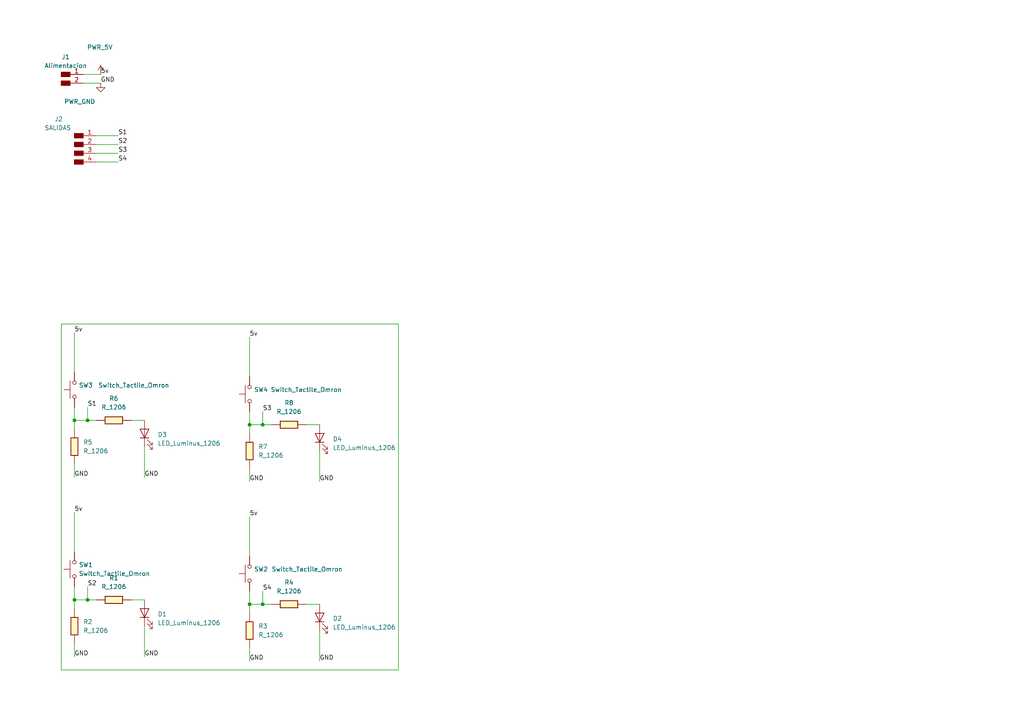
<source format=kicad_sch>
(kicad_sch
	(version 20250114)
	(generator "eeschema")
	(generator_version "9.0")
	(uuid "394774a2-25d5-4c8a-977a-ddb21e86f3dc")
	(paper "A4")
	(lib_symbols
		(symbol "fab:Conn_PinHeader_1x02_P2.54mm_Vertical_THT_D1.4mm"
			(pin_names
				(hide yes)
			)
			(exclude_from_sim no)
			(in_bom yes)
			(on_board yes)
			(property "Reference" "J"
				(at 0 2.54 0)
				(effects
					(font
						(size 1.27 1.27)
					)
				)
			)
			(property "Value" "Conn_PinHeader_1x02_P2.54mm_Vertical_THT_D1.4mm"
				(at 0 -5.08 0)
				(effects
					(font
						(size 1.27 1.27)
					)
				)
			)
			(property "Footprint" "fab:PinHeader_1x02_P2.54mm_Vertical_THT_D1.4mm"
				(at 0 0 0)
				(effects
					(font
						(size 1.27 1.27)
					)
					(hide yes)
				)
			)
			(property "Datasheet" "~"
				(at 0 0 0)
				(effects
					(font
						(size 1.27 1.27)
					)
					(hide yes)
				)
			)
			(property "Description" "Male connector, single row"
				(at 0 0 0)
				(effects
					(font
						(size 1.27 1.27)
					)
					(hide yes)
				)
			)
			(property "ki_keywords" "single row male connector"
				(at 0 0 0)
				(effects
					(font
						(size 1.27 1.27)
					)
					(hide yes)
				)
			)
			(property "ki_fp_filters" "*PinHeader*1x02*"
				(at 0 0 0)
				(effects
					(font
						(size 1.27 1.27)
					)
					(hide yes)
				)
			)
			(symbol "Conn_PinHeader_1x02_P2.54mm_Vertical_THT_D1.4mm_1_1"
				(rectangle
					(start -1.27 0.635)
					(end 1.27 -0.635)
					(stroke
						(width 0.254)
						(type default)
					)
					(fill
						(type outline)
					)
				)
				(rectangle
					(start -1.27 -1.905)
					(end 1.27 -3.175)
					(stroke
						(width 0.254)
						(type default)
					)
					(fill
						(type outline)
					)
				)
				(pin passive line
					(at 5.08 0 180)
					(length 3.81)
					(name "Pin_1"
						(effects
							(font
								(size 1.27 1.27)
							)
						)
					)
					(number "1"
						(effects
							(font
								(size 1.27 1.27)
							)
						)
					)
				)
				(pin passive line
					(at 5.08 -2.54 180)
					(length 3.81)
					(name "Pin_2"
						(effects
							(font
								(size 1.27 1.27)
							)
						)
					)
					(number "2"
						(effects
							(font
								(size 1.27 1.27)
							)
						)
					)
				)
			)
			(embedded_fonts no)
		)
		(symbol "fab:Conn_PinHeader_1x04_P2.54mm_Vertical_THT_D1.4mm"
			(pin_names
				(hide yes)
			)
			(exclude_from_sim no)
			(in_bom yes)
			(on_board yes)
			(property "Reference" "J"
				(at 0 5.08 0)
				(effects
					(font
						(size 1.27 1.27)
					)
				)
			)
			(property "Value" "Conn_PinHeader_1x04_P2.54mm_Vertical_THT_D1.4mm"
				(at 0 -7.62 0)
				(effects
					(font
						(size 1.27 1.27)
					)
				)
			)
			(property "Footprint" "fab:PinHeader_1x04_P2.54mm_Vertical_THT_D1.4mm"
				(at 0 0 0)
				(effects
					(font
						(size 1.27 1.27)
					)
					(hide yes)
				)
			)
			(property "Datasheet" "~"
				(at 0 0 0)
				(effects
					(font
						(size 1.27 1.27)
					)
					(hide yes)
				)
			)
			(property "Description" "Male connector, single row"
				(at 0 0 0)
				(effects
					(font
						(size 1.27 1.27)
					)
					(hide yes)
				)
			)
			(property "ki_keywords" "single row male connector"
				(at 0 0 0)
				(effects
					(font
						(size 1.27 1.27)
					)
					(hide yes)
				)
			)
			(property "ki_fp_filters" "*PinHeader*1x04*"
				(at 0 0 0)
				(effects
					(font
						(size 1.27 1.27)
					)
					(hide yes)
				)
			)
			(symbol "Conn_PinHeader_1x04_P2.54mm_Vertical_THT_D1.4mm_1_1"
				(rectangle
					(start -1.27 3.175)
					(end 1.27 1.905)
					(stroke
						(width 0.254)
						(type default)
					)
					(fill
						(type outline)
					)
				)
				(rectangle
					(start -1.27 0.635)
					(end 1.27 -0.635)
					(stroke
						(width 0.254)
						(type default)
					)
					(fill
						(type outline)
					)
				)
				(rectangle
					(start -1.27 -1.905)
					(end 1.27 -3.175)
					(stroke
						(width 0.254)
						(type default)
					)
					(fill
						(type outline)
					)
				)
				(rectangle
					(start -1.27 -4.445)
					(end 1.27 -5.715)
					(stroke
						(width 0.254)
						(type default)
					)
					(fill
						(type outline)
					)
				)
				(pin passive line
					(at 5.08 2.54 180)
					(length 3.81)
					(name "Pin_1"
						(effects
							(font
								(size 1.27 1.27)
							)
						)
					)
					(number "1"
						(effects
							(font
								(size 1.27 1.27)
							)
						)
					)
				)
				(pin passive line
					(at 5.08 0 180)
					(length 3.81)
					(name "Pin_2"
						(effects
							(font
								(size 1.27 1.27)
							)
						)
					)
					(number "2"
						(effects
							(font
								(size 1.27 1.27)
							)
						)
					)
				)
				(pin passive line
					(at 5.08 -2.54 180)
					(length 3.81)
					(name "Pin_3"
						(effects
							(font
								(size 1.27 1.27)
							)
						)
					)
					(number "3"
						(effects
							(font
								(size 1.27 1.27)
							)
						)
					)
				)
				(pin passive line
					(at 5.08 -5.08 180)
					(length 3.81)
					(name "Pin_4"
						(effects
							(font
								(size 1.27 1.27)
							)
						)
					)
					(number "4"
						(effects
							(font
								(size 1.27 1.27)
							)
						)
					)
				)
			)
			(embedded_fonts no)
		)
		(symbol "fab:LED_Luminus_1206"
			(pin_numbers
				(hide yes)
			)
			(pin_names
				(offset 1.016)
				(hide yes)
			)
			(exclude_from_sim no)
			(in_bom yes)
			(on_board yes)
			(property "Reference" "D"
				(at 0 2.54 0)
				(effects
					(font
						(size 1.27 1.27)
					)
				)
			)
			(property "Value" "LED_Luminus_1206"
				(at 0 -2.54 0)
				(effects
					(font
						(size 1.27 1.27)
					)
				)
			)
			(property "Footprint" "fab:LED_Luminus_1206"
				(at 0 0 0)
				(effects
					(font
						(size 1.27 1.27)
					)
					(hide yes)
				)
			)
			(property "Datasheet" "https://download.luminus.com/datasheets/Luminus_MP3014_1100_Datasheet.pdf"
				(at 0 0 0)
				(effects
					(font
						(size 1.27 1.27)
					)
					(hide yes)
				)
			)
			(property "Description" "LED Lighting - White, Cool 5000K 2.85V 60mA 110° 1206 (3014 Metric)"
				(at 0 0 0)
				(effects
					(font
						(size 1.27 1.27)
					)
					(hide yes)
				)
			)
			(property "ki_keywords" "LED diode 1206 white cool 5000K MP-3014-1100-50-80"
				(at 0 0 0)
				(effects
					(font
						(size 1.27 1.27)
					)
					(hide yes)
				)
			)
			(property "ki_fp_filters" "*LED*Luminus*1206*"
				(at 0 0 0)
				(effects
					(font
						(size 1.27 1.27)
					)
					(hide yes)
				)
			)
			(symbol "LED_Luminus_1206_0_1"
				(polyline
					(pts
						(xy -3.048 -0.762) (xy -4.572 -2.286) (xy -3.81 -2.286) (xy -4.572 -2.286) (xy -4.572 -1.524)
					)
					(stroke
						(width 0)
						(type default)
					)
					(fill
						(type none)
					)
				)
				(polyline
					(pts
						(xy -1.778 -0.762) (xy -3.302 -2.286) (xy -2.54 -2.286) (xy -3.302 -2.286) (xy -3.302 -1.524)
					)
					(stroke
						(width 0)
						(type default)
					)
					(fill
						(type none)
					)
				)
				(polyline
					(pts
						(xy -1.27 0) (xy 1.27 0)
					)
					(stroke
						(width 0)
						(type default)
					)
					(fill
						(type none)
					)
				)
				(polyline
					(pts
						(xy -1.27 -1.27) (xy -1.27 1.27)
					)
					(stroke
						(width 0.2032)
						(type default)
					)
					(fill
						(type none)
					)
				)
				(polyline
					(pts
						(xy 1.27 -1.27) (xy 1.27 1.27) (xy -1.27 0) (xy 1.27 -1.27)
					)
					(stroke
						(width 0.2032)
						(type default)
					)
					(fill
						(type none)
					)
				)
			)
			(symbol "LED_Luminus_1206_1_1"
				(pin passive line
					(at -3.81 0 0)
					(length 2.54)
					(name "K"
						(effects
							(font
								(size 1.27 1.27)
							)
						)
					)
					(number "1"
						(effects
							(font
								(size 1.27 1.27)
							)
						)
					)
				)
				(pin passive line
					(at 3.81 0 180)
					(length 2.54)
					(name "A"
						(effects
							(font
								(size 1.27 1.27)
							)
						)
					)
					(number "2"
						(effects
							(font
								(size 1.27 1.27)
							)
						)
					)
				)
			)
			(embedded_fonts no)
		)
		(symbol "fab:PWR_5V"
			(power)
			(pin_names
				(offset 0)
			)
			(exclude_from_sim no)
			(in_bom yes)
			(on_board yes)
			(property "Reference" "#PWR"
				(at 0 -3.81 0)
				(effects
					(font
						(size 1.27 1.27)
					)
					(hide yes)
				)
			)
			(property "Value" "PWR_5V"
				(at 0 3.556 0)
				(effects
					(font
						(size 1.27 1.27)
					)
				)
			)
			(property "Footprint" ""
				(at 0 0 0)
				(effects
					(font
						(size 1.27 1.27)
					)
					(hide yes)
				)
			)
			(property "Datasheet" ""
				(at 0 0 0)
				(effects
					(font
						(size 1.27 1.27)
					)
					(hide yes)
				)
			)
			(property "Description" "Power symbol creates a global label with name \"+5V\""
				(at 0 0 0)
				(effects
					(font
						(size 1.27 1.27)
					)
					(hide yes)
				)
			)
			(property "ki_keywords" "power-flag"
				(at 0 0 0)
				(effects
					(font
						(size 1.27 1.27)
					)
					(hide yes)
				)
			)
			(symbol "PWR_5V_0_1"
				(polyline
					(pts
						(xy -0.762 1.27) (xy 0 2.54)
					)
					(stroke
						(width 0)
						(type default)
					)
					(fill
						(type none)
					)
				)
				(polyline
					(pts
						(xy 0 2.54) (xy 0.762 1.27)
					)
					(stroke
						(width 0)
						(type default)
					)
					(fill
						(type none)
					)
				)
				(polyline
					(pts
						(xy 0 0) (xy 0 2.54)
					)
					(stroke
						(width 0)
						(type default)
					)
					(fill
						(type none)
					)
				)
			)
			(symbol "PWR_5V_1_1"
				(pin power_in line
					(at 0 0 90)
					(length 0)
					(hide yes)
					(name "PWR_5V"
						(effects
							(font
								(size 1.27 1.27)
							)
						)
					)
					(number "1"
						(effects
							(font
								(size 1.27 1.27)
							)
						)
					)
				)
			)
			(embedded_fonts no)
		)
		(symbol "fab:PWR_GND"
			(power)
			(pin_names
				(offset 0)
			)
			(exclude_from_sim no)
			(in_bom yes)
			(on_board yes)
			(property "Reference" "#PWR"
				(at 0 -6.35 0)
				(effects
					(font
						(size 1.27 1.27)
					)
					(hide yes)
				)
			)
			(property "Value" "PWR_GND"
				(at 0 -3.81 0)
				(effects
					(font
						(size 1.27 1.27)
					)
				)
			)
			(property "Footprint" ""
				(at 0 0 0)
				(effects
					(font
						(size 1.27 1.27)
					)
					(hide yes)
				)
			)
			(property "Datasheet" ""
				(at 0 0 0)
				(effects
					(font
						(size 1.27 1.27)
					)
					(hide yes)
				)
			)
			(property "Description" "Power symbol creates a global label with name \"GND\" , ground"
				(at 0 0 0)
				(effects
					(font
						(size 1.27 1.27)
					)
					(hide yes)
				)
			)
			(property "ki_keywords" "power-flag"
				(at 0 0 0)
				(effects
					(font
						(size 1.27 1.27)
					)
					(hide yes)
				)
			)
			(symbol "PWR_GND_0_1"
				(polyline
					(pts
						(xy 0 0) (xy 0 -1.27) (xy 1.27 -1.27) (xy 0 -2.54) (xy -1.27 -1.27) (xy 0 -1.27)
					)
					(stroke
						(width 0)
						(type default)
					)
					(fill
						(type none)
					)
				)
			)
			(symbol "PWR_GND_1_1"
				(pin power_in line
					(at 0 0 270)
					(length 0)
					(hide yes)
					(name "PWR_GND"
						(effects
							(font
								(size 1.27 1.27)
							)
						)
					)
					(number "1"
						(effects
							(font
								(size 1.27 1.27)
							)
						)
					)
				)
			)
			(embedded_fonts no)
		)
		(symbol "fab:R_1206"
			(pin_numbers
				(hide yes)
			)
			(pin_names
				(offset 0)
			)
			(exclude_from_sim no)
			(in_bom yes)
			(on_board yes)
			(property "Reference" "R"
				(at 2.54 0 90)
				(effects
					(font
						(size 1.27 1.27)
					)
				)
			)
			(property "Value" "R_1206"
				(at -2.54 0 90)
				(effects
					(font
						(size 1.27 1.27)
					)
				)
			)
			(property "Footprint" "fab:R_1206"
				(at 0 0 90)
				(effects
					(font
						(size 1.27 1.27)
					)
					(hide yes)
				)
			)
			(property "Datasheet" "~"
				(at 0 0 0)
				(effects
					(font
						(size 1.27 1.27)
					)
					(hide yes)
				)
			)
			(property "Description" "Resistor"
				(at 0 0 0)
				(effects
					(font
						(size 1.27 1.27)
					)
					(hide yes)
				)
			)
			(property "ki_keywords" "R res resistor RC1206FR-074M99L RC1206FR-07499KL RC1206FR-0749K9L RC1206FR-0749R9L RC1206FR-074R99L ERJ-8BWJR100V RC1206FR-070RL RC1206FR-071RL RC1206FR-0710RL RC1206FR-07100RL RC1206FR-07499RL RC1206FR-071KL RC1206FR-074K99L RC1206FR-0710KL RC1206FR-07100KL RC1206FR-071ML RC1206FR-0710ML PT1206FR-070R1L"
				(at 0 0 0)
				(effects
					(font
						(size 1.27 1.27)
					)
					(hide yes)
				)
			)
			(property "ki_fp_filters" "*R*1206*"
				(at 0 0 0)
				(effects
					(font
						(size 1.27 1.27)
					)
					(hide yes)
				)
			)
			(symbol "R_1206_0_1"
				(rectangle
					(start -1.016 -2.54)
					(end 1.016 2.54)
					(stroke
						(width 0.254)
						(type default)
					)
					(fill
						(type background)
					)
				)
			)
			(symbol "R_1206_1_1"
				(pin passive line
					(at 0 5.08 270)
					(length 2.54)
					(name "~"
						(effects
							(font
								(size 1.27 1.27)
							)
						)
					)
					(number "1"
						(effects
							(font
								(size 1.27 1.27)
							)
						)
					)
				)
				(pin passive line
					(at 0 -5.08 90)
					(length 2.54)
					(name "~"
						(effects
							(font
								(size 1.27 1.27)
							)
						)
					)
					(number "2"
						(effects
							(font
								(size 1.27 1.27)
							)
						)
					)
				)
			)
			(embedded_fonts no)
		)
		(symbol "fab:Switch_Tactile_Omron"
			(pin_numbers
				(hide yes)
			)
			(pin_names
				(offset 1.016)
				(hide yes)
			)
			(exclude_from_sim no)
			(in_bom yes)
			(on_board yes)
			(property "Reference" "SW"
				(at 1.27 2.54 0)
				(effects
					(font
						(size 1.27 1.27)
					)
					(justify left)
				)
			)
			(property "Value" "Switch_Tactile_Omron"
				(at 0 -1.524 0)
				(effects
					(font
						(size 1.27 1.27)
					)
				)
			)
			(property "Footprint" "fab:Button_Omron_B3SN_6.0x6.0mm"
				(at 0 0 0)
				(effects
					(font
						(size 1.27 1.27)
					)
					(hide yes)
				)
			)
			(property "Datasheet" "https://omronfs.omron.com/en_US/ecb/products/pdf/en-b3sn.pdf"
				(at 0 0 0)
				(effects
					(font
						(size 1.27 1.27)
					)
					(hide yes)
				)
			)
			(property "Description" "Push button switch, Omron, B3SN, Sealed Tactile Switch (SMT), SPST-NO Top Actuated Surface Mount"
				(at 0 0 0)
				(effects
					(font
						(size 1.27 1.27)
					)
					(hide yes)
				)
			)
			(property "ki_keywords" "switch normally-open pushbutton push-button button tactile spst single pole single throw B3SN-3112P"
				(at 0 0 0)
				(effects
					(font
						(size 1.27 1.27)
					)
					(hide yes)
				)
			)
			(property "ki_fp_filters" "*Button*"
				(at 0 0 0)
				(effects
					(font
						(size 1.27 1.27)
					)
					(hide yes)
				)
			)
			(symbol "Switch_Tactile_Omron_0_1"
				(circle
					(center -2.032 0)
					(radius 0.508)
					(stroke
						(width 0)
						(type default)
					)
					(fill
						(type none)
					)
				)
				(polyline
					(pts
						(xy 0 1.27) (xy 0 3.048)
					)
					(stroke
						(width 0)
						(type default)
					)
					(fill
						(type none)
					)
				)
				(circle
					(center 2.032 0)
					(radius 0.508)
					(stroke
						(width 0)
						(type default)
					)
					(fill
						(type none)
					)
				)
				(polyline
					(pts
						(xy 2.54 1.27) (xy -2.54 1.27)
					)
					(stroke
						(width 0)
						(type default)
					)
					(fill
						(type none)
					)
				)
				(pin passive line
					(at -5.08 0 0)
					(length 2.54)
					(name "1"
						(effects
							(font
								(size 1.27 1.27)
							)
						)
					)
					(number "1"
						(effects
							(font
								(size 1.27 1.27)
							)
						)
					)
				)
				(pin passive line
					(at 5.08 0 180)
					(length 2.54)
					(name "2"
						(effects
							(font
								(size 1.27 1.27)
							)
						)
					)
					(number "2"
						(effects
							(font
								(size 1.27 1.27)
							)
						)
					)
				)
			)
			(embedded_fonts no)
		)
	)
	(junction
		(at 25.4 173.99)
		(diameter 0)
		(color 0 0 0 0)
		(uuid "341a87cf-ca58-4182-9029-0bfeaec8d2c6")
	)
	(junction
		(at 21.59 173.99)
		(diameter 0)
		(color 0 0 0 0)
		(uuid "39af8ac2-1e31-44a5-9e17-bf375f4dbedf")
	)
	(junction
		(at 72.39 123.19)
		(diameter 0)
		(color 0 0 0 0)
		(uuid "46754f13-cd10-4884-90ab-f9e209762f3c")
	)
	(junction
		(at 25.4 121.92)
		(diameter 0)
		(color 0 0 0 0)
		(uuid "574d9208-8bc3-4ad7-9af2-ea2a0a97d692")
	)
	(junction
		(at 72.39 175.26)
		(diameter 0)
		(color 0 0 0 0)
		(uuid "9a92e964-968d-4f07-9da2-81ae3e0dbda1")
	)
	(junction
		(at 21.59 121.92)
		(diameter 0)
		(color 0 0 0 0)
		(uuid "cb9ae8f8-fe99-4f6c-926a-cf2f77f0481a")
	)
	(junction
		(at 76.2 175.26)
		(diameter 0)
		(color 0 0 0 0)
		(uuid "d9e67cde-d99c-4d50-b230-46af5759c917")
	)
	(junction
		(at 76.2 123.19)
		(diameter 0)
		(color 0 0 0 0)
		(uuid "e5a93cbf-7638-4081-b02f-bbd6e1f7df95")
	)
	(wire
		(pts
			(xy 41.91 129.54) (xy 41.91 138.43)
		)
		(stroke
			(width 0)
			(type default)
		)
		(uuid "0d606f85-a1b4-4cc3-9d3b-ddf87962af81")
	)
	(wire
		(pts
			(xy 27.94 41.91) (xy 34.29 41.91)
		)
		(stroke
			(width 0)
			(type default)
		)
		(uuid "109d4755-a395-4029-ac0e-68cee9e14e7a")
	)
	(wire
		(pts
			(xy 72.39 135.89) (xy 72.39 139.7)
		)
		(stroke
			(width 0)
			(type default)
		)
		(uuid "18a73b3d-bba3-4d6d-993b-c07436ed4815")
	)
	(wire
		(pts
			(xy 38.1 173.99) (xy 41.91 173.99)
		)
		(stroke
			(width 0)
			(type default)
		)
		(uuid "1975d286-31d4-455f-a0bc-59a389ca1ef4")
	)
	(wire
		(pts
			(xy 21.59 170.18) (xy 21.59 173.99)
		)
		(stroke
			(width 0)
			(type default)
		)
		(uuid "1dd64747-1996-4554-9ccd-52315a3215f1")
	)
	(wire
		(pts
			(xy 72.39 119.38) (xy 72.39 123.19)
		)
		(stroke
			(width 0)
			(type default)
		)
		(uuid "23cdfbe1-15de-46c6-97ad-ecaf082a66d2")
	)
	(wire
		(pts
			(xy 92.71 182.88) (xy 92.71 191.77)
		)
		(stroke
			(width 0)
			(type default)
		)
		(uuid "348f58f0-964c-4c38-afd4-a2ab3bd782b3")
	)
	(wire
		(pts
			(xy 76.2 175.26) (xy 78.74 175.26)
		)
		(stroke
			(width 0)
			(type default)
		)
		(uuid "354facf9-f0b9-40f1-9a30-ae221d06a27a")
	)
	(wire
		(pts
			(xy 72.39 171.45) (xy 72.39 175.26)
		)
		(stroke
			(width 0)
			(type default)
		)
		(uuid "35bec5ff-e811-4314-979a-d791e6b6f07b")
	)
	(wire
		(pts
			(xy 21.59 173.99) (xy 21.59 176.53)
		)
		(stroke
			(width 0)
			(type default)
		)
		(uuid "3603bcc3-64a0-443a-bd40-1798275b4022")
	)
	(wire
		(pts
			(xy 115.57 93.98) (xy 115.57 194.31)
		)
		(stroke
			(width 0)
			(type default)
		)
		(uuid "36c71ad8-a16b-46c3-9511-c07265011609")
	)
	(wire
		(pts
			(xy 27.94 39.37) (xy 34.29 39.37)
		)
		(stroke
			(width 0)
			(type default)
		)
		(uuid "39e018de-d456-4a51-a2b0-8eec59fcd88f")
	)
	(wire
		(pts
			(xy 21.59 118.11) (xy 21.59 121.92)
		)
		(stroke
			(width 0)
			(type default)
		)
		(uuid "3aaa195d-2e21-4c7d-930e-ed8d6a588713")
	)
	(wire
		(pts
			(xy 72.39 123.19) (xy 72.39 125.73)
		)
		(stroke
			(width 0)
			(type default)
		)
		(uuid "3c1e362f-be4f-4667-9ac2-028356817e14")
	)
	(wire
		(pts
			(xy 76.2 123.19) (xy 78.74 123.19)
		)
		(stroke
			(width 0)
			(type default)
		)
		(uuid "40a14204-f194-46aa-8ac5-513418891b40")
	)
	(wire
		(pts
			(xy 72.39 97.79) (xy 72.39 109.22)
		)
		(stroke
			(width 0)
			(type default)
		)
		(uuid "48569eb3-9abb-44a5-a68a-cc8231ee921e")
	)
	(wire
		(pts
			(xy 25.4 121.92) (xy 27.94 121.92)
		)
		(stroke
			(width 0)
			(type default)
		)
		(uuid "49e56419-262c-4f36-b6e0-396ea092f356")
	)
	(wire
		(pts
			(xy 21.59 96.52) (xy 21.59 107.95)
		)
		(stroke
			(width 0)
			(type default)
		)
		(uuid "4ec991f4-4a80-4f9f-b589-b197ebf7afd4")
	)
	(wire
		(pts
			(xy 27.94 46.99) (xy 34.29 46.99)
		)
		(stroke
			(width 0)
			(type default)
		)
		(uuid "517a0f58-80da-41c9-8c10-dd9ee1d0a641")
	)
	(wire
		(pts
			(xy 21.59 121.92) (xy 25.4 121.92)
		)
		(stroke
			(width 0)
			(type default)
		)
		(uuid "5b730b04-7533-484e-aa67-b24ebcc40c2c")
	)
	(wire
		(pts
			(xy 25.4 173.99) (xy 27.94 173.99)
		)
		(stroke
			(width 0)
			(type default)
		)
		(uuid "6422d922-7c41-42e8-92b0-3849460a4dcd")
	)
	(wire
		(pts
			(xy 17.78 194.31) (xy 115.57 194.31)
		)
		(stroke
			(width 0)
			(type default)
		)
		(uuid "7f537f11-0028-4e53-9f11-b32bdcd5174e")
	)
	(wire
		(pts
			(xy 38.1 121.92) (xy 41.91 121.92)
		)
		(stroke
			(width 0)
			(type default)
		)
		(uuid "81cd81bc-5dc8-45c6-b0e1-22cd4597d606")
	)
	(wire
		(pts
			(xy 24.13 24.13) (xy 29.21 24.13)
		)
		(stroke
			(width 0)
			(type default)
		)
		(uuid "88c8d3a3-ba33-43aa-bba4-f1e62af9565b")
	)
	(wire
		(pts
			(xy 25.4 118.11) (xy 25.4 121.92)
		)
		(stroke
			(width 0)
			(type default)
		)
		(uuid "9324dd09-8229-456e-a94d-db99383fb1b7")
	)
	(wire
		(pts
			(xy 21.59 134.62) (xy 21.59 138.43)
		)
		(stroke
			(width 0)
			(type default)
		)
		(uuid "94d2ed62-e65a-4d1e-a2b8-64d950316487")
	)
	(wire
		(pts
			(xy 17.78 93.98) (xy 115.57 93.98)
		)
		(stroke
			(width 0)
			(type default)
		)
		(uuid "94e0169a-fa79-41d3-a958-11c48d6224eb")
	)
	(wire
		(pts
			(xy 72.39 149.86) (xy 72.39 161.29)
		)
		(stroke
			(width 0)
			(type default)
		)
		(uuid "9832aff2-d00e-4fa7-9fd0-3a559bbc09ac")
	)
	(wire
		(pts
			(xy 41.91 181.61) (xy 41.91 190.5)
		)
		(stroke
			(width 0)
			(type default)
		)
		(uuid "aa63edcf-4998-4db4-8bfa-5732d347d1bc")
	)
	(wire
		(pts
			(xy 21.59 148.59) (xy 21.59 160.02)
		)
		(stroke
			(width 0)
			(type default)
		)
		(uuid "aab80890-f2ae-4125-b373-861a8f38a9c2")
	)
	(wire
		(pts
			(xy 24.13 21.59) (xy 29.21 21.59)
		)
		(stroke
			(width 0)
			(type default)
		)
		(uuid "abd5d46f-d03d-4b93-88b8-bd0e7e07156f")
	)
	(wire
		(pts
			(xy 25.4 170.18) (xy 25.4 173.99)
		)
		(stroke
			(width 0)
			(type default)
		)
		(uuid "bffbac50-31b3-481c-90d8-69a9b72771f9")
	)
	(wire
		(pts
			(xy 76.2 171.45) (xy 76.2 175.26)
		)
		(stroke
			(width 0)
			(type default)
		)
		(uuid "c18977f5-68c8-4a6e-bd67-599f7e172d60")
	)
	(wire
		(pts
			(xy 21.59 121.92) (xy 21.59 124.46)
		)
		(stroke
			(width 0)
			(type default)
		)
		(uuid "c44b2011-5965-4f27-b71c-50dd6698ecf8")
	)
	(wire
		(pts
			(xy 92.71 130.81) (xy 92.71 139.7)
		)
		(stroke
			(width 0)
			(type default)
		)
		(uuid "c49bb5f7-2141-4768-ae6a-1f4027766f6c")
	)
	(wire
		(pts
			(xy 72.39 123.19) (xy 76.2 123.19)
		)
		(stroke
			(width 0)
			(type default)
		)
		(uuid "c6308859-d4c5-404f-b05a-86d7112c9452")
	)
	(wire
		(pts
			(xy 72.39 187.96) (xy 72.39 191.77)
		)
		(stroke
			(width 0)
			(type default)
		)
		(uuid "c7b7bcd6-572a-4b6b-83b8-42746e178eda")
	)
	(wire
		(pts
			(xy 88.9 175.26) (xy 92.71 175.26)
		)
		(stroke
			(width 0)
			(type default)
		)
		(uuid "ce3fec38-1481-41c1-8aae-1b900c358b1f")
	)
	(wire
		(pts
			(xy 21.59 173.99) (xy 25.4 173.99)
		)
		(stroke
			(width 0)
			(type default)
		)
		(uuid "cf4b6e06-d1df-42b3-b481-80e22eaca04a")
	)
	(wire
		(pts
			(xy 76.2 119.38) (xy 76.2 123.19)
		)
		(stroke
			(width 0)
			(type default)
		)
		(uuid "d935e345-44a1-4454-b7ed-7199a289c50d")
	)
	(wire
		(pts
			(xy 72.39 175.26) (xy 72.39 177.8)
		)
		(stroke
			(width 0)
			(type default)
		)
		(uuid "e0303ab4-5b22-4784-a768-f34918007fc9")
	)
	(wire
		(pts
			(xy 21.59 186.69) (xy 21.59 190.5)
		)
		(stroke
			(width 0)
			(type default)
		)
		(uuid "e4d6ffcd-ce59-4eeb-80e7-58bd40ed0f83")
	)
	(wire
		(pts
			(xy 72.39 175.26) (xy 76.2 175.26)
		)
		(stroke
			(width 0)
			(type default)
		)
		(uuid "f510707f-da46-47fe-9022-d5040e63f1a7")
	)
	(wire
		(pts
			(xy 27.94 44.45) (xy 34.29 44.45)
		)
		(stroke
			(width 0)
			(type default)
		)
		(uuid "f5196894-e965-48c0-9d69-e93eef152a5b")
	)
	(wire
		(pts
			(xy 88.9 123.19) (xy 92.71 123.19)
		)
		(stroke
			(width 0)
			(type default)
		)
		(uuid "f69bec3f-490e-49bd-8624-22f3cd8cd1b7")
	)
	(wire
		(pts
			(xy 17.78 93.98) (xy 17.78 194.31)
		)
		(stroke
			(width 0)
			(type default)
		)
		(uuid "fd894a28-061e-4f33-b03e-45b882e6c3b7")
	)
	(label "GND"
		(at 72.39 139.7 0)
		(effects
			(font
				(size 1.27 1.27)
			)
			(justify left bottom)
		)
		(uuid "05b5a23c-f958-4594-aefa-8421f14c8901")
	)
	(label "GND"
		(at 21.59 190.5 0)
		(effects
			(font
				(size 1.27 1.27)
			)
			(justify left bottom)
		)
		(uuid "0ac51665-9d6e-44c8-8d31-98a8efdc5f22")
	)
	(label "GND"
		(at 72.39 191.77 0)
		(effects
			(font
				(size 1.27 1.27)
			)
			(justify left bottom)
		)
		(uuid "14a47745-2d33-4610-a045-9b7ca551a76e")
	)
	(label "5v"
		(at 29.21 21.59 0)
		(effects
			(font
				(size 1.27 1.27)
			)
			(justify left bottom)
		)
		(uuid "39a086a9-cf50-41fc-b636-f027e3d770bc")
	)
	(label "GND"
		(at 41.91 190.5 0)
		(effects
			(font
				(size 1.27 1.27)
			)
			(justify left bottom)
		)
		(uuid "53b98c54-6558-458d-904e-e60f9f8d92b8")
	)
	(label "S2"
		(at 25.4 170.18 0)
		(effects
			(font
				(size 1.27 1.27)
			)
			(justify left bottom)
		)
		(uuid "60885017-5dc7-4b9a-bd5c-4b2fd2d665dc")
	)
	(label "GND"
		(at 21.59 138.43 0)
		(effects
			(font
				(size 1.27 1.27)
			)
			(justify left bottom)
		)
		(uuid "6f717a5c-cc25-470f-97bf-5a9f6aae24fa")
	)
	(label "5v"
		(at 72.39 149.86 0)
		(effects
			(font
				(size 1.27 1.27)
			)
			(justify left bottom)
		)
		(uuid "736f5102-9e9f-4eb5-8faf-7029bd59fade")
	)
	(label "S3"
		(at 76.2 119.38 0)
		(effects
			(font
				(size 1.27 1.27)
			)
			(justify left bottom)
		)
		(uuid "737ff8b8-d312-4687-a5e4-1f3129e3f365")
	)
	(label "5v"
		(at 72.39 97.79 0)
		(effects
			(font
				(size 1.27 1.27)
			)
			(justify left bottom)
		)
		(uuid "7ecee41e-99fd-4d00-83f6-a45d26a57552")
	)
	(label "GND"
		(at 92.71 191.77 0)
		(effects
			(font
				(size 1.27 1.27)
			)
			(justify left bottom)
		)
		(uuid "7f2df40c-bf04-4fc4-aeb7-de2b160a1a33")
	)
	(label "5v"
		(at 21.59 148.59 0)
		(effects
			(font
				(size 1.27 1.27)
			)
			(justify left bottom)
		)
		(uuid "9c635ea0-c33e-456d-9072-ead8ddb027c6")
	)
	(label "S4"
		(at 76.2 171.45 0)
		(effects
			(font
				(size 1.27 1.27)
			)
			(justify left bottom)
		)
		(uuid "9e1eaa8c-546b-47cf-b544-5748aa988146")
	)
	(label "S1"
		(at 34.29 39.37 0)
		(effects
			(font
				(size 1.27 1.27)
			)
			(justify left bottom)
		)
		(uuid "b3b3237e-2639-4fb7-bd44-f44038b834d2")
	)
	(label "S3"
		(at 34.29 44.45 0)
		(effects
			(font
				(size 1.27 1.27)
			)
			(justify left bottom)
		)
		(uuid "c5d8de84-3eec-4979-bd98-405d85f68d85")
	)
	(label "GND"
		(at 41.91 138.43 0)
		(effects
			(font
				(size 1.27 1.27)
			)
			(justify left bottom)
		)
		(uuid "cb59d4c5-ba79-40b5-925b-241fa2727021")
	)
	(label "S4"
		(at 34.29 46.99 0)
		(effects
			(font
				(size 1.27 1.27)
			)
			(justify left bottom)
		)
		(uuid "d10a1169-2231-43f3-bc11-fb2003b7a1d5")
	)
	(label "S2"
		(at 34.29 41.91 0)
		(effects
			(font
				(size 1.27 1.27)
			)
			(justify left bottom)
		)
		(uuid "d7b5b368-5636-4aa7-81d5-c5f7ca031dae")
	)
	(label "GND"
		(at 29.21 24.13 0)
		(effects
			(font
				(size 1.27 1.27)
			)
			(justify left bottom)
		)
		(uuid "e0f2477a-0b68-46d7-8642-2e99d2f73a7f")
	)
	(label "5v"
		(at 21.59 96.52 0)
		(effects
			(font
				(size 1.27 1.27)
			)
			(justify left bottom)
		)
		(uuid "e1275ac3-2f30-46f0-928f-035b95b5279e")
	)
	(label "GND"
		(at 92.71 139.7 0)
		(effects
			(font
				(size 1.27 1.27)
			)
			(justify left bottom)
		)
		(uuid "e2b72071-290d-4629-904f-896f8b36799e")
	)
	(label "S1"
		(at 25.4 118.11 0)
		(effects
			(font
				(size 1.27 1.27)
			)
			(justify left bottom)
		)
		(uuid "f3607e06-e132-4553-859d-e5cedd695d77")
	)
	(symbol
		(lib_id "fab:Switch_Tactile_Omron")
		(at 72.39 114.3 90)
		(unit 1)
		(exclude_from_sim no)
		(in_bom yes)
		(on_board yes)
		(dnp no)
		(uuid "04e966aa-97a2-4f82-baa0-cb1cb6f55fd4")
		(property "Reference" "SW4"
			(at 73.66 113.0299 90)
			(effects
				(font
					(size 1.27 1.27)
				)
				(justify right)
			)
		)
		(property "Value" "Switch_Tactile_Omron"
			(at 78.486 113.03 90)
			(effects
				(font
					(size 1.27 1.27)
				)
				(justify right)
			)
		)
		(property "Footprint" "fab:Button_Omron_B3SN_6.0x6.0mm"
			(at 72.39 114.3 0)
			(effects
				(font
					(size 1.27 1.27)
				)
				(hide yes)
			)
		)
		(property "Datasheet" "https://omronfs.omron.com/en_US/ecb/products/pdf/en-b3sn.pdf"
			(at 72.39 114.3 0)
			(effects
				(font
					(size 1.27 1.27)
				)
				(hide yes)
			)
		)
		(property "Description" "Push button switch, Omron, B3SN, Sealed Tactile Switch (SMT), SPST-NO Top Actuated Surface Mount"
			(at 72.39 114.3 0)
			(effects
				(font
					(size 1.27 1.27)
				)
				(hide yes)
			)
		)
		(pin "2"
			(uuid "4b283b5b-5d6b-41dc-9b9e-821e1dab9ad3")
		)
		(pin "1"
			(uuid "c1d11897-7d06-4e67-a577-0085b8809569")
		)
		(instances
			(project "in"
				(path "/394774a2-25d5-4c8a-977a-ddb21e86f3dc"
					(reference "SW4")
					(unit 1)
				)
			)
		)
	)
	(symbol
		(lib_id "fab:R_1206")
		(at 33.02 121.92 90)
		(unit 1)
		(exclude_from_sim no)
		(in_bom yes)
		(on_board yes)
		(dnp no)
		(fields_autoplaced yes)
		(uuid "057f5c20-170d-4006-8188-ac88e55b1b4e")
		(property "Reference" "R6"
			(at 33.02 115.57 90)
			(effects
				(font
					(size 1.27 1.27)
				)
			)
		)
		(property "Value" "R_1206"
			(at 33.02 118.11 90)
			(effects
				(font
					(size 1.27 1.27)
				)
			)
		)
		(property "Footprint" "fab:R_1206"
			(at 33.02 121.92 90)
			(effects
				(font
					(size 1.27 1.27)
				)
				(hide yes)
			)
		)
		(property "Datasheet" "~"
			(at 33.02 121.92 0)
			(effects
				(font
					(size 1.27 1.27)
				)
				(hide yes)
			)
		)
		(property "Description" "Resistor"
			(at 33.02 121.92 0)
			(effects
				(font
					(size 1.27 1.27)
				)
				(hide yes)
			)
		)
		(pin "1"
			(uuid "df083a10-a4d9-47ca-920d-9ef6011fee24")
		)
		(pin "2"
			(uuid "be530ccf-6ebe-428f-8fbd-c037d40718e2")
		)
		(instances
			(project "in"
				(path "/394774a2-25d5-4c8a-977a-ddb21e86f3dc"
					(reference "R6")
					(unit 1)
				)
			)
		)
	)
	(symbol
		(lib_id "fab:LED_Luminus_1206")
		(at 92.71 127 90)
		(unit 1)
		(exclude_from_sim no)
		(in_bom yes)
		(on_board yes)
		(dnp no)
		(fields_autoplaced yes)
		(uuid "107858a6-b7b5-48a8-8a73-6120ef8f8480")
		(property "Reference" "D4"
			(at 96.52 127.3301 90)
			(effects
				(font
					(size 1.27 1.27)
				)
				(justify right)
			)
		)
		(property "Value" "LED_Luminus_1206"
			(at 96.52 129.8701 90)
			(effects
				(font
					(size 1.27 1.27)
				)
				(justify right)
			)
		)
		(property "Footprint" "fab:LED_Luminus_1206"
			(at 92.71 127 0)
			(effects
				(font
					(size 1.27 1.27)
				)
				(hide yes)
			)
		)
		(property "Datasheet" "https://download.luminus.com/datasheets/Luminus_MP3014_1100_Datasheet.pdf"
			(at 92.71 127 0)
			(effects
				(font
					(size 1.27 1.27)
				)
				(hide yes)
			)
		)
		(property "Description" "LED Lighting - White, Cool 5000K 2.85V 60mA 110° 1206 (3014 Metric)"
			(at 92.71 127 0)
			(effects
				(font
					(size 1.27 1.27)
				)
				(hide yes)
			)
		)
		(pin "2"
			(uuid "8e2caa0a-0204-4554-b6e7-b8edd581f543")
		)
		(pin "1"
			(uuid "e3fd2c77-4c18-4b07-a009-774a786cf0dc")
		)
		(instances
			(project "in"
				(path "/394774a2-25d5-4c8a-977a-ddb21e86f3dc"
					(reference "D4")
					(unit 1)
				)
			)
		)
	)
	(symbol
		(lib_id "fab:Conn_PinHeader_1x02_P2.54mm_Vertical_THT_D1.4mm")
		(at 19.05 21.59 0)
		(unit 1)
		(exclude_from_sim no)
		(in_bom yes)
		(on_board yes)
		(dnp no)
		(fields_autoplaced yes)
		(uuid "1b685fad-e3fb-4c97-ac02-bf099f35b5d1")
		(property "Reference" "J1"
			(at 19.05 16.51 0)
			(effects
				(font
					(size 1.27 1.27)
				)
			)
		)
		(property "Value" "Alimentacion"
			(at 19.05 19.05 0)
			(effects
				(font
					(size 1.27 1.27)
				)
			)
		)
		(property "Footprint" "fab:PinHeader_1x02_P2.54mm_Vertical_THT_D1.4mm"
			(at 19.05 21.59 0)
			(effects
				(font
					(size 1.27 1.27)
				)
				(hide yes)
			)
		)
		(property "Datasheet" "~"
			(at 19.05 21.59 0)
			(effects
				(font
					(size 1.27 1.27)
				)
				(hide yes)
			)
		)
		(property "Description" "Male connector, single row"
			(at 19.05 21.59 0)
			(effects
				(font
					(size 1.27 1.27)
				)
				(hide yes)
			)
		)
		(pin "1"
			(uuid "c795515e-dc1e-4061-bae7-49d644e377d6")
		)
		(pin "2"
			(uuid "ef43aba6-447d-49e2-a97d-4a113f297a9f")
		)
		(instances
			(project ""
				(path "/394774a2-25d5-4c8a-977a-ddb21e86f3dc"
					(reference "J1")
					(unit 1)
				)
			)
		)
	)
	(symbol
		(lib_id "fab:R_1206")
		(at 33.02 173.99 90)
		(unit 1)
		(exclude_from_sim no)
		(in_bom yes)
		(on_board yes)
		(dnp no)
		(fields_autoplaced yes)
		(uuid "1da1969a-b56b-4925-ae46-498a5f88a914")
		(property "Reference" "R1"
			(at 33.02 167.64 90)
			(effects
				(font
					(size 1.27 1.27)
				)
			)
		)
		(property "Value" "R_1206"
			(at 33.02 170.18 90)
			(effects
				(font
					(size 1.27 1.27)
				)
			)
		)
		(property "Footprint" "fab:R_1206"
			(at 33.02 173.99 90)
			(effects
				(font
					(size 1.27 1.27)
				)
				(hide yes)
			)
		)
		(property "Datasheet" "~"
			(at 33.02 173.99 0)
			(effects
				(font
					(size 1.27 1.27)
				)
				(hide yes)
			)
		)
		(property "Description" "Resistor"
			(at 33.02 173.99 0)
			(effects
				(font
					(size 1.27 1.27)
				)
				(hide yes)
			)
		)
		(pin "1"
			(uuid "829369e9-1494-40cb-a199-7ea5aba93585")
		)
		(pin "2"
			(uuid "c6d28f24-87a3-46c9-8f99-290a13b36ecd")
		)
		(instances
			(project ""
				(path "/394774a2-25d5-4c8a-977a-ddb21e86f3dc"
					(reference "R1")
					(unit 1)
				)
			)
		)
	)
	(symbol
		(lib_id "fab:R_1206")
		(at 21.59 129.54 0)
		(unit 1)
		(exclude_from_sim no)
		(in_bom yes)
		(on_board yes)
		(dnp no)
		(fields_autoplaced yes)
		(uuid "290a5ecb-a46b-4cac-823b-9b8bef672a23")
		(property "Reference" "R5"
			(at 24.13 128.2699 0)
			(effects
				(font
					(size 1.27 1.27)
				)
				(justify left)
			)
		)
		(property "Value" "R_1206"
			(at 24.13 130.8099 0)
			(effects
				(font
					(size 1.27 1.27)
				)
				(justify left)
			)
		)
		(property "Footprint" "fab:R_1206"
			(at 21.59 129.54 90)
			(effects
				(font
					(size 1.27 1.27)
				)
				(hide yes)
			)
		)
		(property "Datasheet" "~"
			(at 21.59 129.54 0)
			(effects
				(font
					(size 1.27 1.27)
				)
				(hide yes)
			)
		)
		(property "Description" "Resistor"
			(at 21.59 129.54 0)
			(effects
				(font
					(size 1.27 1.27)
				)
				(hide yes)
			)
		)
		(pin "1"
			(uuid "fe9df626-8512-4ece-9a5c-a15e0c613652")
		)
		(pin "2"
			(uuid "5603ecd1-546f-493a-8dbf-871754320cea")
		)
		(instances
			(project "in"
				(path "/394774a2-25d5-4c8a-977a-ddb21e86f3dc"
					(reference "R5")
					(unit 1)
				)
			)
		)
	)
	(symbol
		(lib_id "fab:R_1206")
		(at 83.82 123.19 90)
		(unit 1)
		(exclude_from_sim no)
		(in_bom yes)
		(on_board yes)
		(dnp no)
		(fields_autoplaced yes)
		(uuid "3334050b-b8ba-409f-b7be-b45f0b65ebf7")
		(property "Reference" "R8"
			(at 83.82 116.84 90)
			(effects
				(font
					(size 1.27 1.27)
				)
			)
		)
		(property "Value" "R_1206"
			(at 83.82 119.38 90)
			(effects
				(font
					(size 1.27 1.27)
				)
			)
		)
		(property "Footprint" "fab:R_1206"
			(at 83.82 123.19 90)
			(effects
				(font
					(size 1.27 1.27)
				)
				(hide yes)
			)
		)
		(property "Datasheet" "~"
			(at 83.82 123.19 0)
			(effects
				(font
					(size 1.27 1.27)
				)
				(hide yes)
			)
		)
		(property "Description" "Resistor"
			(at 83.82 123.19 0)
			(effects
				(font
					(size 1.27 1.27)
				)
				(hide yes)
			)
		)
		(pin "1"
			(uuid "2d11820c-51e6-4d6b-aa8b-eaa42f2b8b95")
		)
		(pin "2"
			(uuid "10208d11-1f77-4068-90e4-45052a170766")
		)
		(instances
			(project "in"
				(path "/394774a2-25d5-4c8a-977a-ddb21e86f3dc"
					(reference "R8")
					(unit 1)
				)
			)
		)
	)
	(symbol
		(lib_id "fab:LED_Luminus_1206")
		(at 41.91 177.8 90)
		(unit 1)
		(exclude_from_sim no)
		(in_bom yes)
		(on_board yes)
		(dnp no)
		(fields_autoplaced yes)
		(uuid "4f868fe3-4328-49ab-8d77-c361a66f7ed7")
		(property "Reference" "D1"
			(at 45.72 178.1301 90)
			(effects
				(font
					(size 1.27 1.27)
				)
				(justify right)
			)
		)
		(property "Value" "LED_Luminus_1206"
			(at 45.72 180.6701 90)
			(effects
				(font
					(size 1.27 1.27)
				)
				(justify right)
			)
		)
		(property "Footprint" "fab:LED_Luminus_1206"
			(at 41.91 177.8 0)
			(effects
				(font
					(size 1.27 1.27)
				)
				(hide yes)
			)
		)
		(property "Datasheet" "https://download.luminus.com/datasheets/Luminus_MP3014_1100_Datasheet.pdf"
			(at 41.91 177.8 0)
			(effects
				(font
					(size 1.27 1.27)
				)
				(hide yes)
			)
		)
		(property "Description" "LED Lighting - White, Cool 5000K 2.85V 60mA 110° 1206 (3014 Metric)"
			(at 41.91 177.8 0)
			(effects
				(font
					(size 1.27 1.27)
				)
				(hide yes)
			)
		)
		(pin "2"
			(uuid "00a35733-eb13-47af-adeb-19e7a5f3a6e2")
		)
		(pin "1"
			(uuid "5b0cb052-6968-4a6d-a140-b0ee0e49d025")
		)
		(instances
			(project ""
				(path "/394774a2-25d5-4c8a-977a-ddb21e86f3dc"
					(reference "D1")
					(unit 1)
				)
			)
		)
	)
	(symbol
		(lib_id "fab:PWR_GND")
		(at 29.21 24.13 0)
		(unit 1)
		(exclude_from_sim no)
		(in_bom yes)
		(on_board yes)
		(dnp no)
		(uuid "63386fd0-7554-4283-9c5d-45bf1affdf53")
		(property "Reference" "#PWR02"
			(at 29.21 30.48 0)
			(effects
				(font
					(size 1.27 1.27)
				)
				(hide yes)
			)
		)
		(property "Value" "PWR_GND"
			(at 23.114 29.464 0)
			(effects
				(font
					(size 1.27 1.27)
				)
			)
		)
		(property "Footprint" ""
			(at 29.21 24.13 0)
			(effects
				(font
					(size 1.27 1.27)
				)
				(hide yes)
			)
		)
		(property "Datasheet" ""
			(at 29.21 24.13 0)
			(effects
				(font
					(size 1.27 1.27)
				)
				(hide yes)
			)
		)
		(property "Description" "Power symbol creates a global label with name \"GND\" , ground"
			(at 29.21 24.13 0)
			(effects
				(font
					(size 1.27 1.27)
				)
				(hide yes)
			)
		)
		(pin "1"
			(uuid "a273c575-e12e-4b55-b940-662b19eb05a7")
		)
		(instances
			(project ""
				(path "/394774a2-25d5-4c8a-977a-ddb21e86f3dc"
					(reference "#PWR02")
					(unit 1)
				)
			)
		)
	)
	(symbol
		(lib_id "fab:PWR_5V")
		(at 29.21 21.59 0)
		(unit 1)
		(exclude_from_sim no)
		(in_bom yes)
		(on_board yes)
		(dnp no)
		(uuid "701883a3-ca08-42fc-bcc5-ccd0f59fbfe9")
		(property "Reference" "#PWR01"
			(at 29.21 25.4 0)
			(effects
				(font
					(size 1.27 1.27)
				)
				(hide yes)
			)
		)
		(property "Value" "PWR_5V"
			(at 28.956 13.716 0)
			(effects
				(font
					(size 1.27 1.27)
				)
			)
		)
		(property "Footprint" ""
			(at 29.21 21.59 0)
			(effects
				(font
					(size 1.27 1.27)
				)
				(hide yes)
			)
		)
		(property "Datasheet" ""
			(at 29.21 21.59 0)
			(effects
				(font
					(size 1.27 1.27)
				)
				(hide yes)
			)
		)
		(property "Description" "Power symbol creates a global label with name \"+5V\""
			(at 29.21 21.59 0)
			(effects
				(font
					(size 1.27 1.27)
				)
				(hide yes)
			)
		)
		(pin "1"
			(uuid "32ec1c88-4169-4d38-bfdf-f0eb39561d84")
		)
		(instances
			(project ""
				(path "/394774a2-25d5-4c8a-977a-ddb21e86f3dc"
					(reference "#PWR01")
					(unit 1)
				)
			)
		)
	)
	(symbol
		(lib_id "fab:R_1206")
		(at 21.59 181.61 0)
		(unit 1)
		(exclude_from_sim no)
		(in_bom yes)
		(on_board yes)
		(dnp no)
		(fields_autoplaced yes)
		(uuid "7d786f21-1e18-47a3-89b5-123e11a376d0")
		(property "Reference" "R2"
			(at 24.13 180.3399 0)
			(effects
				(font
					(size 1.27 1.27)
				)
				(justify left)
			)
		)
		(property "Value" "R_1206"
			(at 24.13 182.8799 0)
			(effects
				(font
					(size 1.27 1.27)
				)
				(justify left)
			)
		)
		(property "Footprint" "fab:R_1206"
			(at 21.59 181.61 90)
			(effects
				(font
					(size 1.27 1.27)
				)
				(hide yes)
			)
		)
		(property "Datasheet" "~"
			(at 21.59 181.61 0)
			(effects
				(font
					(size 1.27 1.27)
				)
				(hide yes)
			)
		)
		(property "Description" "Resistor"
			(at 21.59 181.61 0)
			(effects
				(font
					(size 1.27 1.27)
				)
				(hide yes)
			)
		)
		(pin "1"
			(uuid "988d7782-941a-4201-b1b2-5ba6987342e3")
		)
		(pin "2"
			(uuid "bcf4e682-f373-4757-b19d-9453c1027e9d")
		)
		(instances
			(project "in"
				(path "/394774a2-25d5-4c8a-977a-ddb21e86f3dc"
					(reference "R2")
					(unit 1)
				)
			)
		)
	)
	(symbol
		(lib_id "fab:Switch_Tactile_Omron")
		(at 21.59 113.03 90)
		(unit 1)
		(exclude_from_sim no)
		(in_bom yes)
		(on_board yes)
		(dnp no)
		(uuid "84c9aca7-3352-45a6-81c0-e31e33027cbb")
		(property "Reference" "SW3"
			(at 22.86 111.7599 90)
			(effects
				(font
					(size 1.27 1.27)
				)
				(justify right)
			)
		)
		(property "Value" "Switch_Tactile_Omron"
			(at 28.448 111.76 90)
			(effects
				(font
					(size 1.27 1.27)
				)
				(justify right)
			)
		)
		(property "Footprint" "fab:Button_Omron_B3SN_6.0x6.0mm"
			(at 21.59 113.03 0)
			(effects
				(font
					(size 1.27 1.27)
				)
				(hide yes)
			)
		)
		(property "Datasheet" "https://omronfs.omron.com/en_US/ecb/products/pdf/en-b3sn.pdf"
			(at 21.59 113.03 0)
			(effects
				(font
					(size 1.27 1.27)
				)
				(hide yes)
			)
		)
		(property "Description" "Push button switch, Omron, B3SN, Sealed Tactile Switch (SMT), SPST-NO Top Actuated Surface Mount"
			(at 21.59 113.03 0)
			(effects
				(font
					(size 1.27 1.27)
				)
				(hide yes)
			)
		)
		(pin "2"
			(uuid "3489c335-d4b2-49d5-ad23-7e2703d03939")
		)
		(pin "1"
			(uuid "a19bbb0e-c2b1-4a80-afc4-ee91a9544ab1")
		)
		(instances
			(project "in"
				(path "/394774a2-25d5-4c8a-977a-ddb21e86f3dc"
					(reference "SW3")
					(unit 1)
				)
			)
		)
	)
	(symbol
		(lib_id "fab:Conn_PinHeader_1x04_P2.54mm_Vertical_THT_D1.4mm")
		(at 22.86 41.91 0)
		(unit 1)
		(exclude_from_sim no)
		(in_bom yes)
		(on_board yes)
		(dnp no)
		(uuid "9efd31e7-d8b9-4288-9cf6-a2636c2272dc")
		(property "Reference" "J2"
			(at 17.018 34.544 0)
			(effects
				(font
					(size 1.27 1.27)
				)
			)
		)
		(property "Value" "SALIDAS"
			(at 16.764 37.084 0)
			(effects
				(font
					(size 1.27 1.27)
				)
			)
		)
		(property "Footprint" "fab:PinHeader_1x04_P2.54mm_Vertical_THT_D1.4mm"
			(at 22.86 41.91 0)
			(effects
				(font
					(size 1.27 1.27)
				)
				(hide yes)
			)
		)
		(property "Datasheet" "~"
			(at 22.86 41.91 0)
			(effects
				(font
					(size 1.27 1.27)
				)
				(hide yes)
			)
		)
		(property "Description" "Male connector, single row"
			(at 22.86 41.91 0)
			(effects
				(font
					(size 1.27 1.27)
				)
				(hide yes)
			)
		)
		(pin "2"
			(uuid "b0f2825d-0bb3-40ec-be59-95238759c349")
		)
		(pin "4"
			(uuid "b809bdf6-fa75-48ca-b48d-ded0526ada54")
		)
		(pin "3"
			(uuid "414de9a9-3773-4d1d-851e-23b01077da38")
		)
		(pin "1"
			(uuid "ec41ec81-4021-4196-8501-4c9a8b720fc9")
		)
		(instances
			(project ""
				(path "/394774a2-25d5-4c8a-977a-ddb21e86f3dc"
					(reference "J2")
					(unit 1)
				)
			)
		)
	)
	(symbol
		(lib_id "fab:Switch_Tactile_Omron")
		(at 21.59 165.1 90)
		(unit 1)
		(exclude_from_sim no)
		(in_bom yes)
		(on_board yes)
		(dnp no)
		(fields_autoplaced yes)
		(uuid "a60ccb2d-b08e-488c-8146-6b147224f2ad")
		(property "Reference" "SW1"
			(at 22.86 163.8299 90)
			(effects
				(font
					(size 1.27 1.27)
				)
				(justify right)
			)
		)
		(property "Value" "Switch_Tactile_Omron"
			(at 22.86 166.3699 90)
			(effects
				(font
					(size 1.27 1.27)
				)
				(justify right)
			)
		)
		(property "Footprint" "fab:Button_Omron_B3SN_6.0x6.0mm"
			(at 21.59 165.1 0)
			(effects
				(font
					(size 1.27 1.27)
				)
				(hide yes)
			)
		)
		(property "Datasheet" "https://omronfs.omron.com/en_US/ecb/products/pdf/en-b3sn.pdf"
			(at 21.59 165.1 0)
			(effects
				(font
					(size 1.27 1.27)
				)
				(hide yes)
			)
		)
		(property "Description" "Push button switch, Omron, B3SN, Sealed Tactile Switch (SMT), SPST-NO Top Actuated Surface Mount"
			(at 21.59 165.1 0)
			(effects
				(font
					(size 1.27 1.27)
				)
				(hide yes)
			)
		)
		(pin "2"
			(uuid "682d4fea-1d8c-4f23-95c3-a9e738e7537d")
		)
		(pin "1"
			(uuid "7ad7629f-a883-4e7f-8178-658baf58ecbe")
		)
		(instances
			(project ""
				(path "/394774a2-25d5-4c8a-977a-ddb21e86f3dc"
					(reference "SW1")
					(unit 1)
				)
			)
		)
	)
	(symbol
		(lib_id "fab:R_1206")
		(at 72.39 130.81 0)
		(unit 1)
		(exclude_from_sim no)
		(in_bom yes)
		(on_board yes)
		(dnp no)
		(fields_autoplaced yes)
		(uuid "d3c43e64-dada-4101-ba38-f1f0ba276eba")
		(property "Reference" "R7"
			(at 74.93 129.5399 0)
			(effects
				(font
					(size 1.27 1.27)
				)
				(justify left)
			)
		)
		(property "Value" "R_1206"
			(at 74.93 132.0799 0)
			(effects
				(font
					(size 1.27 1.27)
				)
				(justify left)
			)
		)
		(property "Footprint" "fab:R_1206"
			(at 72.39 130.81 90)
			(effects
				(font
					(size 1.27 1.27)
				)
				(hide yes)
			)
		)
		(property "Datasheet" "~"
			(at 72.39 130.81 0)
			(effects
				(font
					(size 1.27 1.27)
				)
				(hide yes)
			)
		)
		(property "Description" "Resistor"
			(at 72.39 130.81 0)
			(effects
				(font
					(size 1.27 1.27)
				)
				(hide yes)
			)
		)
		(pin "1"
			(uuid "d5ba8ebe-c5b9-4ad0-9a05-c8dc8a90cd86")
		)
		(pin "2"
			(uuid "f73ebc93-b0b9-4ded-961e-874d03a5d143")
		)
		(instances
			(project "in"
				(path "/394774a2-25d5-4c8a-977a-ddb21e86f3dc"
					(reference "R7")
					(unit 1)
				)
			)
		)
	)
	(symbol
		(lib_id "fab:LED_Luminus_1206")
		(at 41.91 125.73 90)
		(unit 1)
		(exclude_from_sim no)
		(in_bom yes)
		(on_board yes)
		(dnp no)
		(fields_autoplaced yes)
		(uuid "d969c60b-9ba2-4813-aa16-ea325170bcc1")
		(property "Reference" "D3"
			(at 45.72 126.0601 90)
			(effects
				(font
					(size 1.27 1.27)
				)
				(justify right)
			)
		)
		(property "Value" "LED_Luminus_1206"
			(at 45.72 128.6001 90)
			(effects
				(font
					(size 1.27 1.27)
				)
				(justify right)
			)
		)
		(property "Footprint" "fab:LED_Luminus_1206"
			(at 41.91 125.73 0)
			(effects
				(font
					(size 1.27 1.27)
				)
				(hide yes)
			)
		)
		(property "Datasheet" "https://download.luminus.com/datasheets/Luminus_MP3014_1100_Datasheet.pdf"
			(at 41.91 125.73 0)
			(effects
				(font
					(size 1.27 1.27)
				)
				(hide yes)
			)
		)
		(property "Description" "LED Lighting - White, Cool 5000K 2.85V 60mA 110° 1206 (3014 Metric)"
			(at 41.91 125.73 0)
			(effects
				(font
					(size 1.27 1.27)
				)
				(hide yes)
			)
		)
		(pin "2"
			(uuid "dd1386f7-a221-4d03-85ec-bd35e077fa2c")
		)
		(pin "1"
			(uuid "3b9a31cf-2e2e-41e5-b0e4-fb566a8511f9")
		)
		(instances
			(project "in"
				(path "/394774a2-25d5-4c8a-977a-ddb21e86f3dc"
					(reference "D3")
					(unit 1)
				)
			)
		)
	)
	(symbol
		(lib_id "fab:Switch_Tactile_Omron")
		(at 72.39 166.37 90)
		(unit 1)
		(exclude_from_sim no)
		(in_bom yes)
		(on_board yes)
		(dnp no)
		(uuid "e672f23c-9f14-4e1d-9c34-b29643c1f809")
		(property "Reference" "SW2"
			(at 73.66 165.0999 90)
			(effects
				(font
					(size 1.27 1.27)
				)
				(justify right)
			)
		)
		(property "Value" "Switch_Tactile_Omron"
			(at 78.74 165.1 90)
			(effects
				(font
					(size 1.27 1.27)
				)
				(justify right)
			)
		)
		(property "Footprint" "fab:Button_Omron_B3SN_6.0x6.0mm"
			(at 72.39 166.37 0)
			(effects
				(font
					(size 1.27 1.27)
				)
				(hide yes)
			)
		)
		(property "Datasheet" "https://omronfs.omron.com/en_US/ecb/products/pdf/en-b3sn.pdf"
			(at 72.39 166.37 0)
			(effects
				(font
					(size 1.27 1.27)
				)
				(hide yes)
			)
		)
		(property "Description" "Push button switch, Omron, B3SN, Sealed Tactile Switch (SMT), SPST-NO Top Actuated Surface Mount"
			(at 72.39 166.37 0)
			(effects
				(font
					(size 1.27 1.27)
				)
				(hide yes)
			)
		)
		(pin "2"
			(uuid "8e122d8f-76c3-478a-bbc7-6faec7ff26ea")
		)
		(pin "1"
			(uuid "5dbbe2df-1f61-4139-a3ca-45823eb70c51")
		)
		(instances
			(project "in"
				(path "/394774a2-25d5-4c8a-977a-ddb21e86f3dc"
					(reference "SW2")
					(unit 1)
				)
			)
		)
	)
	(symbol
		(lib_id "fab:R_1206")
		(at 72.39 182.88 0)
		(unit 1)
		(exclude_from_sim no)
		(in_bom yes)
		(on_board yes)
		(dnp no)
		(fields_autoplaced yes)
		(uuid "e719122f-ef0c-4b7f-b4ba-ad9a018a564d")
		(property "Reference" "R3"
			(at 74.93 181.6099 0)
			(effects
				(font
					(size 1.27 1.27)
				)
				(justify left)
			)
		)
		(property "Value" "R_1206"
			(at 74.93 184.1499 0)
			(effects
				(font
					(size 1.27 1.27)
				)
				(justify left)
			)
		)
		(property "Footprint" "fab:R_1206"
			(at 72.39 182.88 90)
			(effects
				(font
					(size 1.27 1.27)
				)
				(hide yes)
			)
		)
		(property "Datasheet" "~"
			(at 72.39 182.88 0)
			(effects
				(font
					(size 1.27 1.27)
				)
				(hide yes)
			)
		)
		(property "Description" "Resistor"
			(at 72.39 182.88 0)
			(effects
				(font
					(size 1.27 1.27)
				)
				(hide yes)
			)
		)
		(pin "1"
			(uuid "682813b0-1422-4578-bbdb-ea29968064f0")
		)
		(pin "2"
			(uuid "2d96e93d-88fd-46ce-a1f6-6ece11a66920")
		)
		(instances
			(project "in"
				(path "/394774a2-25d5-4c8a-977a-ddb21e86f3dc"
					(reference "R3")
					(unit 1)
				)
			)
		)
	)
	(symbol
		(lib_id "fab:R_1206")
		(at 83.82 175.26 90)
		(unit 1)
		(exclude_from_sim no)
		(in_bom yes)
		(on_board yes)
		(dnp no)
		(fields_autoplaced yes)
		(uuid "e72a60b4-78ad-4306-9891-759c36395373")
		(property "Reference" "R4"
			(at 83.82 168.91 90)
			(effects
				(font
					(size 1.27 1.27)
				)
			)
		)
		(property "Value" "R_1206"
			(at 83.82 171.45 90)
			(effects
				(font
					(size 1.27 1.27)
				)
			)
		)
		(property "Footprint" "fab:R_1206"
			(at 83.82 175.26 90)
			(effects
				(font
					(size 1.27 1.27)
				)
				(hide yes)
			)
		)
		(property "Datasheet" "~"
			(at 83.82 175.26 0)
			(effects
				(font
					(size 1.27 1.27)
				)
				(hide yes)
			)
		)
		(property "Description" "Resistor"
			(at 83.82 175.26 0)
			(effects
				(font
					(size 1.27 1.27)
				)
				(hide yes)
			)
		)
		(pin "1"
			(uuid "a695637d-cf33-4c44-ac17-f1bdf1e94761")
		)
		(pin "2"
			(uuid "c475ebb0-9134-45d4-9321-429fb961700b")
		)
		(instances
			(project "in"
				(path "/394774a2-25d5-4c8a-977a-ddb21e86f3dc"
					(reference "R4")
					(unit 1)
				)
			)
		)
	)
	(symbol
		(lib_id "fab:LED_Luminus_1206")
		(at 92.71 179.07 90)
		(unit 1)
		(exclude_from_sim no)
		(in_bom yes)
		(on_board yes)
		(dnp no)
		(fields_autoplaced yes)
		(uuid "ea07c65c-abe5-403d-ba20-a38f177cd2e8")
		(property "Reference" "D2"
			(at 96.52 179.4001 90)
			(effects
				(font
					(size 1.27 1.27)
				)
				(justify right)
			)
		)
		(property "Value" "LED_Luminus_1206"
			(at 96.52 181.9401 90)
			(effects
				(font
					(size 1.27 1.27)
				)
				(justify right)
			)
		)
		(property "Footprint" "fab:LED_Luminus_1206"
			(at 92.71 179.07 0)
			(effects
				(font
					(size 1.27 1.27)
				)
				(hide yes)
			)
		)
		(property "Datasheet" "https://download.luminus.com/datasheets/Luminus_MP3014_1100_Datasheet.pdf"
			(at 92.71 179.07 0)
			(effects
				(font
					(size 1.27 1.27)
				)
				(hide yes)
			)
		)
		(property "Description" "LED Lighting - White, Cool 5000K 2.85V 60mA 110° 1206 (3014 Metric)"
			(at 92.71 179.07 0)
			(effects
				(font
					(size 1.27 1.27)
				)
				(hide yes)
			)
		)
		(pin "2"
			(uuid "4d5327b8-69a1-484e-891a-21839a1276c7")
		)
		(pin "1"
			(uuid "b1d63d11-b114-46d1-930c-9d0d1bc4ae09")
		)
		(instances
			(project "in"
				(path "/394774a2-25d5-4c8a-977a-ddb21e86f3dc"
					(reference "D2")
					(unit 1)
				)
			)
		)
	)
	(sheet_instances
		(path "/"
			(page "1")
		)
	)
	(embedded_fonts no)
)

</source>
